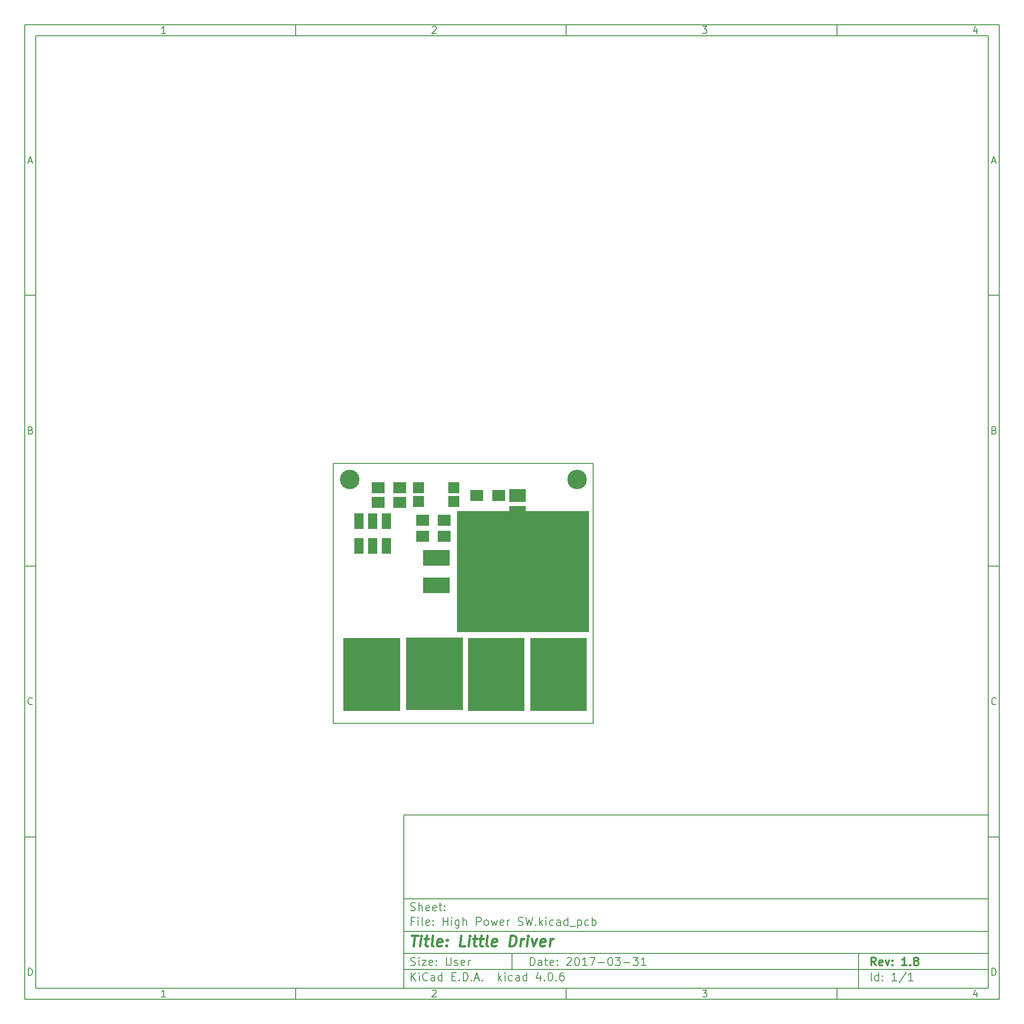
<source format=gbr>
G04 #@! TF.FileFunction,Soldermask,Top*
%FSLAX46Y46*%
G04 Gerber Fmt 4.6, Leading zero omitted, Abs format (unit mm)*
G04 Created by KiCad (PCBNEW 4.0.6) date 06/24/17 22:10:55*
%MOMM*%
%LPD*%
G01*
G04 APERTURE LIST*
%ADD10C,0.100000*%
%ADD11C,0.150000*%
%ADD12C,0.300000*%
%ADD13C,0.400000*%
%ADD14R,2.400000X2.400000*%
%ADD15R,9.800000X11.200000*%
%ADD16R,5.000000X2.900000*%
%ADD17R,5.400000X5.400000*%
%ADD18R,5.400000X4.400000*%
%ADD19C,3.600000*%
%ADD20R,2.400000X2.100000*%
%ADD21R,1.670000X2.940000*%
%ADD22R,3.100000X2.400000*%
%ADD23R,2.000000X2.000000*%
G04 APERTURE END LIST*
D10*
D11*
X79999600Y-155999600D02*
X79999600Y-187999600D01*
X187999600Y-187999600D01*
X187999600Y-155999600D01*
X79999600Y-155999600D01*
D10*
D11*
X10000000Y-10000000D02*
X10000000Y-189999600D01*
X189999600Y-189999600D01*
X189999600Y-10000000D01*
X10000000Y-10000000D01*
D10*
D11*
X12000000Y-12000000D02*
X12000000Y-187999600D01*
X187999600Y-187999600D01*
X187999600Y-12000000D01*
X12000000Y-12000000D01*
D10*
D11*
X60000000Y-12000000D02*
X60000000Y-10000000D01*
D10*
D11*
X110000000Y-12000000D02*
X110000000Y-10000000D01*
D10*
D11*
X160000000Y-12000000D02*
X160000000Y-10000000D01*
D10*
D11*
X35990476Y-11588095D02*
X35247619Y-11588095D01*
X35619048Y-11588095D02*
X35619048Y-10288095D01*
X35495238Y-10473810D01*
X35371429Y-10597619D01*
X35247619Y-10659524D01*
D10*
D11*
X85247619Y-10411905D02*
X85309524Y-10350000D01*
X85433333Y-10288095D01*
X85742857Y-10288095D01*
X85866667Y-10350000D01*
X85928571Y-10411905D01*
X85990476Y-10535714D01*
X85990476Y-10659524D01*
X85928571Y-10845238D01*
X85185714Y-11588095D01*
X85990476Y-11588095D01*
D10*
D11*
X135185714Y-10288095D02*
X135990476Y-10288095D01*
X135557143Y-10783333D01*
X135742857Y-10783333D01*
X135866667Y-10845238D01*
X135928571Y-10907143D01*
X135990476Y-11030952D01*
X135990476Y-11340476D01*
X135928571Y-11464286D01*
X135866667Y-11526190D01*
X135742857Y-11588095D01*
X135371429Y-11588095D01*
X135247619Y-11526190D01*
X135185714Y-11464286D01*
D10*
D11*
X185866667Y-10721429D02*
X185866667Y-11588095D01*
X185557143Y-10226190D02*
X185247619Y-11154762D01*
X186052381Y-11154762D01*
D10*
D11*
X60000000Y-187999600D02*
X60000000Y-189999600D01*
D10*
D11*
X110000000Y-187999600D02*
X110000000Y-189999600D01*
D10*
D11*
X160000000Y-187999600D02*
X160000000Y-189999600D01*
D10*
D11*
X35990476Y-189587695D02*
X35247619Y-189587695D01*
X35619048Y-189587695D02*
X35619048Y-188287695D01*
X35495238Y-188473410D01*
X35371429Y-188597219D01*
X35247619Y-188659124D01*
D10*
D11*
X85247619Y-188411505D02*
X85309524Y-188349600D01*
X85433333Y-188287695D01*
X85742857Y-188287695D01*
X85866667Y-188349600D01*
X85928571Y-188411505D01*
X85990476Y-188535314D01*
X85990476Y-188659124D01*
X85928571Y-188844838D01*
X85185714Y-189587695D01*
X85990476Y-189587695D01*
D10*
D11*
X135185714Y-188287695D02*
X135990476Y-188287695D01*
X135557143Y-188782933D01*
X135742857Y-188782933D01*
X135866667Y-188844838D01*
X135928571Y-188906743D01*
X135990476Y-189030552D01*
X135990476Y-189340076D01*
X135928571Y-189463886D01*
X135866667Y-189525790D01*
X135742857Y-189587695D01*
X135371429Y-189587695D01*
X135247619Y-189525790D01*
X135185714Y-189463886D01*
D10*
D11*
X185866667Y-188721029D02*
X185866667Y-189587695D01*
X185557143Y-188225790D02*
X185247619Y-189154362D01*
X186052381Y-189154362D01*
D10*
D11*
X10000000Y-60000000D02*
X12000000Y-60000000D01*
D10*
D11*
X10000000Y-110000000D02*
X12000000Y-110000000D01*
D10*
D11*
X10000000Y-160000000D02*
X12000000Y-160000000D01*
D10*
D11*
X10690476Y-35216667D02*
X11309524Y-35216667D01*
X10566667Y-35588095D02*
X11000000Y-34288095D01*
X11433333Y-35588095D01*
D10*
D11*
X11092857Y-84907143D02*
X11278571Y-84969048D01*
X11340476Y-85030952D01*
X11402381Y-85154762D01*
X11402381Y-85340476D01*
X11340476Y-85464286D01*
X11278571Y-85526190D01*
X11154762Y-85588095D01*
X10659524Y-85588095D01*
X10659524Y-84288095D01*
X11092857Y-84288095D01*
X11216667Y-84350000D01*
X11278571Y-84411905D01*
X11340476Y-84535714D01*
X11340476Y-84659524D01*
X11278571Y-84783333D01*
X11216667Y-84845238D01*
X11092857Y-84907143D01*
X10659524Y-84907143D01*
D10*
D11*
X11402381Y-135464286D02*
X11340476Y-135526190D01*
X11154762Y-135588095D01*
X11030952Y-135588095D01*
X10845238Y-135526190D01*
X10721429Y-135402381D01*
X10659524Y-135278571D01*
X10597619Y-135030952D01*
X10597619Y-134845238D01*
X10659524Y-134597619D01*
X10721429Y-134473810D01*
X10845238Y-134350000D01*
X11030952Y-134288095D01*
X11154762Y-134288095D01*
X11340476Y-134350000D01*
X11402381Y-134411905D01*
D10*
D11*
X10659524Y-185588095D02*
X10659524Y-184288095D01*
X10969048Y-184288095D01*
X11154762Y-184350000D01*
X11278571Y-184473810D01*
X11340476Y-184597619D01*
X11402381Y-184845238D01*
X11402381Y-185030952D01*
X11340476Y-185278571D01*
X11278571Y-185402381D01*
X11154762Y-185526190D01*
X10969048Y-185588095D01*
X10659524Y-185588095D01*
D10*
D11*
X189999600Y-60000000D02*
X187999600Y-60000000D01*
D10*
D11*
X189999600Y-110000000D02*
X187999600Y-110000000D01*
D10*
D11*
X189999600Y-160000000D02*
X187999600Y-160000000D01*
D10*
D11*
X188690076Y-35216667D02*
X189309124Y-35216667D01*
X188566267Y-35588095D02*
X188999600Y-34288095D01*
X189432933Y-35588095D01*
D10*
D11*
X189092457Y-84907143D02*
X189278171Y-84969048D01*
X189340076Y-85030952D01*
X189401981Y-85154762D01*
X189401981Y-85340476D01*
X189340076Y-85464286D01*
X189278171Y-85526190D01*
X189154362Y-85588095D01*
X188659124Y-85588095D01*
X188659124Y-84288095D01*
X189092457Y-84288095D01*
X189216267Y-84350000D01*
X189278171Y-84411905D01*
X189340076Y-84535714D01*
X189340076Y-84659524D01*
X189278171Y-84783333D01*
X189216267Y-84845238D01*
X189092457Y-84907143D01*
X188659124Y-84907143D01*
D10*
D11*
X189401981Y-135464286D02*
X189340076Y-135526190D01*
X189154362Y-135588095D01*
X189030552Y-135588095D01*
X188844838Y-135526190D01*
X188721029Y-135402381D01*
X188659124Y-135278571D01*
X188597219Y-135030952D01*
X188597219Y-134845238D01*
X188659124Y-134597619D01*
X188721029Y-134473810D01*
X188844838Y-134350000D01*
X189030552Y-134288095D01*
X189154362Y-134288095D01*
X189340076Y-134350000D01*
X189401981Y-134411905D01*
D10*
D11*
X188659124Y-185588095D02*
X188659124Y-184288095D01*
X188968648Y-184288095D01*
X189154362Y-184350000D01*
X189278171Y-184473810D01*
X189340076Y-184597619D01*
X189401981Y-184845238D01*
X189401981Y-185030952D01*
X189340076Y-185278571D01*
X189278171Y-185402381D01*
X189154362Y-185526190D01*
X188968648Y-185588095D01*
X188659124Y-185588095D01*
D10*
D11*
X103356743Y-183778171D02*
X103356743Y-182278171D01*
X103713886Y-182278171D01*
X103928171Y-182349600D01*
X104071029Y-182492457D01*
X104142457Y-182635314D01*
X104213886Y-182921029D01*
X104213886Y-183135314D01*
X104142457Y-183421029D01*
X104071029Y-183563886D01*
X103928171Y-183706743D01*
X103713886Y-183778171D01*
X103356743Y-183778171D01*
X105499600Y-183778171D02*
X105499600Y-182992457D01*
X105428171Y-182849600D01*
X105285314Y-182778171D01*
X104999600Y-182778171D01*
X104856743Y-182849600D01*
X105499600Y-183706743D02*
X105356743Y-183778171D01*
X104999600Y-183778171D01*
X104856743Y-183706743D01*
X104785314Y-183563886D01*
X104785314Y-183421029D01*
X104856743Y-183278171D01*
X104999600Y-183206743D01*
X105356743Y-183206743D01*
X105499600Y-183135314D01*
X105999600Y-182778171D02*
X106571029Y-182778171D01*
X106213886Y-182278171D02*
X106213886Y-183563886D01*
X106285314Y-183706743D01*
X106428172Y-183778171D01*
X106571029Y-183778171D01*
X107642457Y-183706743D02*
X107499600Y-183778171D01*
X107213886Y-183778171D01*
X107071029Y-183706743D01*
X106999600Y-183563886D01*
X106999600Y-182992457D01*
X107071029Y-182849600D01*
X107213886Y-182778171D01*
X107499600Y-182778171D01*
X107642457Y-182849600D01*
X107713886Y-182992457D01*
X107713886Y-183135314D01*
X106999600Y-183278171D01*
X108356743Y-183635314D02*
X108428171Y-183706743D01*
X108356743Y-183778171D01*
X108285314Y-183706743D01*
X108356743Y-183635314D01*
X108356743Y-183778171D01*
X108356743Y-182849600D02*
X108428171Y-182921029D01*
X108356743Y-182992457D01*
X108285314Y-182921029D01*
X108356743Y-182849600D01*
X108356743Y-182992457D01*
X110142457Y-182421029D02*
X110213886Y-182349600D01*
X110356743Y-182278171D01*
X110713886Y-182278171D01*
X110856743Y-182349600D01*
X110928172Y-182421029D01*
X110999600Y-182563886D01*
X110999600Y-182706743D01*
X110928172Y-182921029D01*
X110071029Y-183778171D01*
X110999600Y-183778171D01*
X111928171Y-182278171D02*
X112071028Y-182278171D01*
X112213885Y-182349600D01*
X112285314Y-182421029D01*
X112356743Y-182563886D01*
X112428171Y-182849600D01*
X112428171Y-183206743D01*
X112356743Y-183492457D01*
X112285314Y-183635314D01*
X112213885Y-183706743D01*
X112071028Y-183778171D01*
X111928171Y-183778171D01*
X111785314Y-183706743D01*
X111713885Y-183635314D01*
X111642457Y-183492457D01*
X111571028Y-183206743D01*
X111571028Y-182849600D01*
X111642457Y-182563886D01*
X111713885Y-182421029D01*
X111785314Y-182349600D01*
X111928171Y-182278171D01*
X113856742Y-183778171D02*
X112999599Y-183778171D01*
X113428171Y-183778171D02*
X113428171Y-182278171D01*
X113285314Y-182492457D01*
X113142456Y-182635314D01*
X112999599Y-182706743D01*
X114356742Y-182278171D02*
X115356742Y-182278171D01*
X114713885Y-183778171D01*
X115928170Y-183206743D02*
X117071027Y-183206743D01*
X118071027Y-182278171D02*
X118213884Y-182278171D01*
X118356741Y-182349600D01*
X118428170Y-182421029D01*
X118499599Y-182563886D01*
X118571027Y-182849600D01*
X118571027Y-183206743D01*
X118499599Y-183492457D01*
X118428170Y-183635314D01*
X118356741Y-183706743D01*
X118213884Y-183778171D01*
X118071027Y-183778171D01*
X117928170Y-183706743D01*
X117856741Y-183635314D01*
X117785313Y-183492457D01*
X117713884Y-183206743D01*
X117713884Y-182849600D01*
X117785313Y-182563886D01*
X117856741Y-182421029D01*
X117928170Y-182349600D01*
X118071027Y-182278171D01*
X119071027Y-182278171D02*
X119999598Y-182278171D01*
X119499598Y-182849600D01*
X119713884Y-182849600D01*
X119856741Y-182921029D01*
X119928170Y-182992457D01*
X119999598Y-183135314D01*
X119999598Y-183492457D01*
X119928170Y-183635314D01*
X119856741Y-183706743D01*
X119713884Y-183778171D01*
X119285312Y-183778171D01*
X119142455Y-183706743D01*
X119071027Y-183635314D01*
X120642455Y-183206743D02*
X121785312Y-183206743D01*
X122356741Y-182278171D02*
X123285312Y-182278171D01*
X122785312Y-182849600D01*
X122999598Y-182849600D01*
X123142455Y-182921029D01*
X123213884Y-182992457D01*
X123285312Y-183135314D01*
X123285312Y-183492457D01*
X123213884Y-183635314D01*
X123142455Y-183706743D01*
X122999598Y-183778171D01*
X122571026Y-183778171D01*
X122428169Y-183706743D01*
X122356741Y-183635314D01*
X124713883Y-183778171D02*
X123856740Y-183778171D01*
X124285312Y-183778171D02*
X124285312Y-182278171D01*
X124142455Y-182492457D01*
X123999597Y-182635314D01*
X123856740Y-182706743D01*
D10*
D11*
X79999600Y-184499600D02*
X187999600Y-184499600D01*
D10*
D11*
X81356743Y-186578171D02*
X81356743Y-185078171D01*
X82213886Y-186578171D02*
X81571029Y-185721029D01*
X82213886Y-185078171D02*
X81356743Y-185935314D01*
X82856743Y-186578171D02*
X82856743Y-185578171D01*
X82856743Y-185078171D02*
X82785314Y-185149600D01*
X82856743Y-185221029D01*
X82928171Y-185149600D01*
X82856743Y-185078171D01*
X82856743Y-185221029D01*
X84428172Y-186435314D02*
X84356743Y-186506743D01*
X84142457Y-186578171D01*
X83999600Y-186578171D01*
X83785315Y-186506743D01*
X83642457Y-186363886D01*
X83571029Y-186221029D01*
X83499600Y-185935314D01*
X83499600Y-185721029D01*
X83571029Y-185435314D01*
X83642457Y-185292457D01*
X83785315Y-185149600D01*
X83999600Y-185078171D01*
X84142457Y-185078171D01*
X84356743Y-185149600D01*
X84428172Y-185221029D01*
X85713886Y-186578171D02*
X85713886Y-185792457D01*
X85642457Y-185649600D01*
X85499600Y-185578171D01*
X85213886Y-185578171D01*
X85071029Y-185649600D01*
X85713886Y-186506743D02*
X85571029Y-186578171D01*
X85213886Y-186578171D01*
X85071029Y-186506743D01*
X84999600Y-186363886D01*
X84999600Y-186221029D01*
X85071029Y-186078171D01*
X85213886Y-186006743D01*
X85571029Y-186006743D01*
X85713886Y-185935314D01*
X87071029Y-186578171D02*
X87071029Y-185078171D01*
X87071029Y-186506743D02*
X86928172Y-186578171D01*
X86642458Y-186578171D01*
X86499600Y-186506743D01*
X86428172Y-186435314D01*
X86356743Y-186292457D01*
X86356743Y-185863886D01*
X86428172Y-185721029D01*
X86499600Y-185649600D01*
X86642458Y-185578171D01*
X86928172Y-185578171D01*
X87071029Y-185649600D01*
X88928172Y-185792457D02*
X89428172Y-185792457D01*
X89642458Y-186578171D02*
X88928172Y-186578171D01*
X88928172Y-185078171D01*
X89642458Y-185078171D01*
X90285315Y-186435314D02*
X90356743Y-186506743D01*
X90285315Y-186578171D01*
X90213886Y-186506743D01*
X90285315Y-186435314D01*
X90285315Y-186578171D01*
X90999601Y-186578171D02*
X90999601Y-185078171D01*
X91356744Y-185078171D01*
X91571029Y-185149600D01*
X91713887Y-185292457D01*
X91785315Y-185435314D01*
X91856744Y-185721029D01*
X91856744Y-185935314D01*
X91785315Y-186221029D01*
X91713887Y-186363886D01*
X91571029Y-186506743D01*
X91356744Y-186578171D01*
X90999601Y-186578171D01*
X92499601Y-186435314D02*
X92571029Y-186506743D01*
X92499601Y-186578171D01*
X92428172Y-186506743D01*
X92499601Y-186435314D01*
X92499601Y-186578171D01*
X93142458Y-186149600D02*
X93856744Y-186149600D01*
X92999601Y-186578171D02*
X93499601Y-185078171D01*
X93999601Y-186578171D01*
X94499601Y-186435314D02*
X94571029Y-186506743D01*
X94499601Y-186578171D01*
X94428172Y-186506743D01*
X94499601Y-186435314D01*
X94499601Y-186578171D01*
X97499601Y-186578171D02*
X97499601Y-185078171D01*
X97642458Y-186006743D02*
X98071029Y-186578171D01*
X98071029Y-185578171D02*
X97499601Y-186149600D01*
X98713887Y-186578171D02*
X98713887Y-185578171D01*
X98713887Y-185078171D02*
X98642458Y-185149600D01*
X98713887Y-185221029D01*
X98785315Y-185149600D01*
X98713887Y-185078171D01*
X98713887Y-185221029D01*
X100071030Y-186506743D02*
X99928173Y-186578171D01*
X99642459Y-186578171D01*
X99499601Y-186506743D01*
X99428173Y-186435314D01*
X99356744Y-186292457D01*
X99356744Y-185863886D01*
X99428173Y-185721029D01*
X99499601Y-185649600D01*
X99642459Y-185578171D01*
X99928173Y-185578171D01*
X100071030Y-185649600D01*
X101356744Y-186578171D02*
X101356744Y-185792457D01*
X101285315Y-185649600D01*
X101142458Y-185578171D01*
X100856744Y-185578171D01*
X100713887Y-185649600D01*
X101356744Y-186506743D02*
X101213887Y-186578171D01*
X100856744Y-186578171D01*
X100713887Y-186506743D01*
X100642458Y-186363886D01*
X100642458Y-186221029D01*
X100713887Y-186078171D01*
X100856744Y-186006743D01*
X101213887Y-186006743D01*
X101356744Y-185935314D01*
X102713887Y-186578171D02*
X102713887Y-185078171D01*
X102713887Y-186506743D02*
X102571030Y-186578171D01*
X102285316Y-186578171D01*
X102142458Y-186506743D01*
X102071030Y-186435314D01*
X101999601Y-186292457D01*
X101999601Y-185863886D01*
X102071030Y-185721029D01*
X102142458Y-185649600D01*
X102285316Y-185578171D01*
X102571030Y-185578171D01*
X102713887Y-185649600D01*
X105213887Y-185578171D02*
X105213887Y-186578171D01*
X104856744Y-185006743D02*
X104499601Y-186078171D01*
X105428173Y-186078171D01*
X105999601Y-186435314D02*
X106071029Y-186506743D01*
X105999601Y-186578171D01*
X105928172Y-186506743D01*
X105999601Y-186435314D01*
X105999601Y-186578171D01*
X106999601Y-185078171D02*
X107142458Y-185078171D01*
X107285315Y-185149600D01*
X107356744Y-185221029D01*
X107428173Y-185363886D01*
X107499601Y-185649600D01*
X107499601Y-186006743D01*
X107428173Y-186292457D01*
X107356744Y-186435314D01*
X107285315Y-186506743D01*
X107142458Y-186578171D01*
X106999601Y-186578171D01*
X106856744Y-186506743D01*
X106785315Y-186435314D01*
X106713887Y-186292457D01*
X106642458Y-186006743D01*
X106642458Y-185649600D01*
X106713887Y-185363886D01*
X106785315Y-185221029D01*
X106856744Y-185149600D01*
X106999601Y-185078171D01*
X108142458Y-186435314D02*
X108213886Y-186506743D01*
X108142458Y-186578171D01*
X108071029Y-186506743D01*
X108142458Y-186435314D01*
X108142458Y-186578171D01*
X109499601Y-185078171D02*
X109213887Y-185078171D01*
X109071030Y-185149600D01*
X108999601Y-185221029D01*
X108856744Y-185435314D01*
X108785315Y-185721029D01*
X108785315Y-186292457D01*
X108856744Y-186435314D01*
X108928172Y-186506743D01*
X109071030Y-186578171D01*
X109356744Y-186578171D01*
X109499601Y-186506743D01*
X109571030Y-186435314D01*
X109642458Y-186292457D01*
X109642458Y-185935314D01*
X109571030Y-185792457D01*
X109499601Y-185721029D01*
X109356744Y-185649600D01*
X109071030Y-185649600D01*
X108928172Y-185721029D01*
X108856744Y-185792457D01*
X108785315Y-185935314D01*
D10*
D11*
X79999600Y-181499600D02*
X187999600Y-181499600D01*
D10*
D12*
X167213886Y-183778171D02*
X166713886Y-183063886D01*
X166356743Y-183778171D02*
X166356743Y-182278171D01*
X166928171Y-182278171D01*
X167071029Y-182349600D01*
X167142457Y-182421029D01*
X167213886Y-182563886D01*
X167213886Y-182778171D01*
X167142457Y-182921029D01*
X167071029Y-182992457D01*
X166928171Y-183063886D01*
X166356743Y-183063886D01*
X168428171Y-183706743D02*
X168285314Y-183778171D01*
X167999600Y-183778171D01*
X167856743Y-183706743D01*
X167785314Y-183563886D01*
X167785314Y-182992457D01*
X167856743Y-182849600D01*
X167999600Y-182778171D01*
X168285314Y-182778171D01*
X168428171Y-182849600D01*
X168499600Y-182992457D01*
X168499600Y-183135314D01*
X167785314Y-183278171D01*
X168999600Y-182778171D02*
X169356743Y-183778171D01*
X169713885Y-182778171D01*
X170285314Y-183635314D02*
X170356742Y-183706743D01*
X170285314Y-183778171D01*
X170213885Y-183706743D01*
X170285314Y-183635314D01*
X170285314Y-183778171D01*
X170285314Y-182849600D02*
X170356742Y-182921029D01*
X170285314Y-182992457D01*
X170213885Y-182921029D01*
X170285314Y-182849600D01*
X170285314Y-182992457D01*
X172928171Y-183778171D02*
X172071028Y-183778171D01*
X172499600Y-183778171D02*
X172499600Y-182278171D01*
X172356743Y-182492457D01*
X172213885Y-182635314D01*
X172071028Y-182706743D01*
X173571028Y-183635314D02*
X173642456Y-183706743D01*
X173571028Y-183778171D01*
X173499599Y-183706743D01*
X173571028Y-183635314D01*
X173571028Y-183778171D01*
X174499600Y-182921029D02*
X174356742Y-182849600D01*
X174285314Y-182778171D01*
X174213885Y-182635314D01*
X174213885Y-182563886D01*
X174285314Y-182421029D01*
X174356742Y-182349600D01*
X174499600Y-182278171D01*
X174785314Y-182278171D01*
X174928171Y-182349600D01*
X174999600Y-182421029D01*
X175071028Y-182563886D01*
X175071028Y-182635314D01*
X174999600Y-182778171D01*
X174928171Y-182849600D01*
X174785314Y-182921029D01*
X174499600Y-182921029D01*
X174356742Y-182992457D01*
X174285314Y-183063886D01*
X174213885Y-183206743D01*
X174213885Y-183492457D01*
X174285314Y-183635314D01*
X174356742Y-183706743D01*
X174499600Y-183778171D01*
X174785314Y-183778171D01*
X174928171Y-183706743D01*
X174999600Y-183635314D01*
X175071028Y-183492457D01*
X175071028Y-183206743D01*
X174999600Y-183063886D01*
X174928171Y-182992457D01*
X174785314Y-182921029D01*
D10*
D11*
X81285314Y-183706743D02*
X81499600Y-183778171D01*
X81856743Y-183778171D01*
X81999600Y-183706743D01*
X82071029Y-183635314D01*
X82142457Y-183492457D01*
X82142457Y-183349600D01*
X82071029Y-183206743D01*
X81999600Y-183135314D01*
X81856743Y-183063886D01*
X81571029Y-182992457D01*
X81428171Y-182921029D01*
X81356743Y-182849600D01*
X81285314Y-182706743D01*
X81285314Y-182563886D01*
X81356743Y-182421029D01*
X81428171Y-182349600D01*
X81571029Y-182278171D01*
X81928171Y-182278171D01*
X82142457Y-182349600D01*
X82785314Y-183778171D02*
X82785314Y-182778171D01*
X82785314Y-182278171D02*
X82713885Y-182349600D01*
X82785314Y-182421029D01*
X82856742Y-182349600D01*
X82785314Y-182278171D01*
X82785314Y-182421029D01*
X83356743Y-182778171D02*
X84142457Y-182778171D01*
X83356743Y-183778171D01*
X84142457Y-183778171D01*
X85285314Y-183706743D02*
X85142457Y-183778171D01*
X84856743Y-183778171D01*
X84713886Y-183706743D01*
X84642457Y-183563886D01*
X84642457Y-182992457D01*
X84713886Y-182849600D01*
X84856743Y-182778171D01*
X85142457Y-182778171D01*
X85285314Y-182849600D01*
X85356743Y-182992457D01*
X85356743Y-183135314D01*
X84642457Y-183278171D01*
X85999600Y-183635314D02*
X86071028Y-183706743D01*
X85999600Y-183778171D01*
X85928171Y-183706743D01*
X85999600Y-183635314D01*
X85999600Y-183778171D01*
X85999600Y-182849600D02*
X86071028Y-182921029D01*
X85999600Y-182992457D01*
X85928171Y-182921029D01*
X85999600Y-182849600D01*
X85999600Y-182992457D01*
X87856743Y-182278171D02*
X87856743Y-183492457D01*
X87928171Y-183635314D01*
X87999600Y-183706743D01*
X88142457Y-183778171D01*
X88428171Y-183778171D01*
X88571029Y-183706743D01*
X88642457Y-183635314D01*
X88713886Y-183492457D01*
X88713886Y-182278171D01*
X89356743Y-183706743D02*
X89499600Y-183778171D01*
X89785315Y-183778171D01*
X89928172Y-183706743D01*
X89999600Y-183563886D01*
X89999600Y-183492457D01*
X89928172Y-183349600D01*
X89785315Y-183278171D01*
X89571029Y-183278171D01*
X89428172Y-183206743D01*
X89356743Y-183063886D01*
X89356743Y-182992457D01*
X89428172Y-182849600D01*
X89571029Y-182778171D01*
X89785315Y-182778171D01*
X89928172Y-182849600D01*
X91213886Y-183706743D02*
X91071029Y-183778171D01*
X90785315Y-183778171D01*
X90642458Y-183706743D01*
X90571029Y-183563886D01*
X90571029Y-182992457D01*
X90642458Y-182849600D01*
X90785315Y-182778171D01*
X91071029Y-182778171D01*
X91213886Y-182849600D01*
X91285315Y-182992457D01*
X91285315Y-183135314D01*
X90571029Y-183278171D01*
X91928172Y-183778171D02*
X91928172Y-182778171D01*
X91928172Y-183063886D02*
X91999600Y-182921029D01*
X92071029Y-182849600D01*
X92213886Y-182778171D01*
X92356743Y-182778171D01*
D10*
D11*
X166356743Y-186578171D02*
X166356743Y-185078171D01*
X167713886Y-186578171D02*
X167713886Y-185078171D01*
X167713886Y-186506743D02*
X167571029Y-186578171D01*
X167285315Y-186578171D01*
X167142457Y-186506743D01*
X167071029Y-186435314D01*
X166999600Y-186292457D01*
X166999600Y-185863886D01*
X167071029Y-185721029D01*
X167142457Y-185649600D01*
X167285315Y-185578171D01*
X167571029Y-185578171D01*
X167713886Y-185649600D01*
X168428172Y-186435314D02*
X168499600Y-186506743D01*
X168428172Y-186578171D01*
X168356743Y-186506743D01*
X168428172Y-186435314D01*
X168428172Y-186578171D01*
X168428172Y-185649600D02*
X168499600Y-185721029D01*
X168428172Y-185792457D01*
X168356743Y-185721029D01*
X168428172Y-185649600D01*
X168428172Y-185792457D01*
X171071029Y-186578171D02*
X170213886Y-186578171D01*
X170642458Y-186578171D02*
X170642458Y-185078171D01*
X170499601Y-185292457D01*
X170356743Y-185435314D01*
X170213886Y-185506743D01*
X172785314Y-185006743D02*
X171499600Y-186935314D01*
X174071029Y-186578171D02*
X173213886Y-186578171D01*
X173642458Y-186578171D02*
X173642458Y-185078171D01*
X173499601Y-185292457D01*
X173356743Y-185435314D01*
X173213886Y-185506743D01*
D10*
D11*
X79999600Y-177499600D02*
X187999600Y-177499600D01*
D10*
D13*
X81451981Y-178204362D02*
X82594838Y-178204362D01*
X81773410Y-180204362D02*
X82023410Y-178204362D01*
X83011505Y-180204362D02*
X83178171Y-178871029D01*
X83261505Y-178204362D02*
X83154362Y-178299600D01*
X83237695Y-178394838D01*
X83344839Y-178299600D01*
X83261505Y-178204362D01*
X83237695Y-178394838D01*
X83844838Y-178871029D02*
X84606743Y-178871029D01*
X84213886Y-178204362D02*
X83999600Y-179918648D01*
X84071030Y-180109124D01*
X84249601Y-180204362D01*
X84440077Y-180204362D01*
X85392458Y-180204362D02*
X85213887Y-180109124D01*
X85142457Y-179918648D01*
X85356743Y-178204362D01*
X86928172Y-180109124D02*
X86725791Y-180204362D01*
X86344839Y-180204362D01*
X86166267Y-180109124D01*
X86094838Y-179918648D01*
X86190076Y-179156743D01*
X86309124Y-178966267D01*
X86511505Y-178871029D01*
X86892457Y-178871029D01*
X87071029Y-178966267D01*
X87142457Y-179156743D01*
X87118648Y-179347219D01*
X86142457Y-179537695D01*
X87892457Y-180013886D02*
X87975792Y-180109124D01*
X87868648Y-180204362D01*
X87785315Y-180109124D01*
X87892457Y-180013886D01*
X87868648Y-180204362D01*
X88023410Y-178966267D02*
X88106744Y-179061505D01*
X87999600Y-179156743D01*
X87916267Y-179061505D01*
X88023410Y-178966267D01*
X87999600Y-179156743D01*
X91297220Y-180204362D02*
X90344839Y-180204362D01*
X90594839Y-178204362D01*
X91963887Y-180204362D02*
X92130553Y-178871029D01*
X92213887Y-178204362D02*
X92106744Y-178299600D01*
X92190077Y-178394838D01*
X92297221Y-178299600D01*
X92213887Y-178204362D01*
X92190077Y-178394838D01*
X92797220Y-178871029D02*
X93559125Y-178871029D01*
X93166268Y-178204362D02*
X92951982Y-179918648D01*
X93023412Y-180109124D01*
X93201983Y-180204362D01*
X93392459Y-180204362D01*
X93940077Y-178871029D02*
X94701982Y-178871029D01*
X94309125Y-178204362D02*
X94094839Y-179918648D01*
X94166269Y-180109124D01*
X94344840Y-180204362D01*
X94535316Y-180204362D01*
X95487697Y-180204362D02*
X95309126Y-180109124D01*
X95237696Y-179918648D01*
X95451982Y-178204362D01*
X97023411Y-180109124D02*
X96821030Y-180204362D01*
X96440078Y-180204362D01*
X96261506Y-180109124D01*
X96190077Y-179918648D01*
X96285315Y-179156743D01*
X96404363Y-178966267D01*
X96606744Y-178871029D01*
X96987696Y-178871029D01*
X97166268Y-178966267D01*
X97237696Y-179156743D01*
X97213887Y-179347219D01*
X96237696Y-179537695D01*
X99487697Y-180204362D02*
X99737697Y-178204362D01*
X100213888Y-178204362D01*
X100487697Y-178299600D01*
X100654364Y-178490076D01*
X100725793Y-178680552D01*
X100773412Y-179061505D01*
X100737698Y-179347219D01*
X100594841Y-179728171D01*
X100475792Y-179918648D01*
X100261507Y-180109124D01*
X99963888Y-180204362D01*
X99487697Y-180204362D01*
X101487697Y-180204362D02*
X101654363Y-178871029D01*
X101606744Y-179251981D02*
X101725793Y-179061505D01*
X101832936Y-178966267D01*
X102035316Y-178871029D01*
X102225792Y-178871029D01*
X102725792Y-180204362D02*
X102892458Y-178871029D01*
X102975792Y-178204362D02*
X102868649Y-178299600D01*
X102951982Y-178394838D01*
X103059126Y-178299600D01*
X102975792Y-178204362D01*
X102951982Y-178394838D01*
X103654363Y-178871029D02*
X103963888Y-180204362D01*
X104606744Y-178871029D01*
X105975793Y-180109124D02*
X105773412Y-180204362D01*
X105392460Y-180204362D01*
X105213888Y-180109124D01*
X105142459Y-179918648D01*
X105237697Y-179156743D01*
X105356745Y-178966267D01*
X105559126Y-178871029D01*
X105940078Y-178871029D01*
X106118650Y-178966267D01*
X106190078Y-179156743D01*
X106166269Y-179347219D01*
X105190078Y-179537695D01*
X106916269Y-180204362D02*
X107082935Y-178871029D01*
X107035316Y-179251981D02*
X107154365Y-179061505D01*
X107261508Y-178966267D01*
X107463888Y-178871029D01*
X107654364Y-178871029D01*
D10*
D11*
X81856743Y-175592457D02*
X81356743Y-175592457D01*
X81356743Y-176378171D02*
X81356743Y-174878171D01*
X82071029Y-174878171D01*
X82642457Y-176378171D02*
X82642457Y-175378171D01*
X82642457Y-174878171D02*
X82571028Y-174949600D01*
X82642457Y-175021029D01*
X82713885Y-174949600D01*
X82642457Y-174878171D01*
X82642457Y-175021029D01*
X83571029Y-176378171D02*
X83428171Y-176306743D01*
X83356743Y-176163886D01*
X83356743Y-174878171D01*
X84713885Y-176306743D02*
X84571028Y-176378171D01*
X84285314Y-176378171D01*
X84142457Y-176306743D01*
X84071028Y-176163886D01*
X84071028Y-175592457D01*
X84142457Y-175449600D01*
X84285314Y-175378171D01*
X84571028Y-175378171D01*
X84713885Y-175449600D01*
X84785314Y-175592457D01*
X84785314Y-175735314D01*
X84071028Y-175878171D01*
X85428171Y-176235314D02*
X85499599Y-176306743D01*
X85428171Y-176378171D01*
X85356742Y-176306743D01*
X85428171Y-176235314D01*
X85428171Y-176378171D01*
X85428171Y-175449600D02*
X85499599Y-175521029D01*
X85428171Y-175592457D01*
X85356742Y-175521029D01*
X85428171Y-175449600D01*
X85428171Y-175592457D01*
X87285314Y-176378171D02*
X87285314Y-174878171D01*
X87285314Y-175592457D02*
X88142457Y-175592457D01*
X88142457Y-176378171D02*
X88142457Y-174878171D01*
X88856743Y-176378171D02*
X88856743Y-175378171D01*
X88856743Y-174878171D02*
X88785314Y-174949600D01*
X88856743Y-175021029D01*
X88928171Y-174949600D01*
X88856743Y-174878171D01*
X88856743Y-175021029D01*
X90213886Y-175378171D02*
X90213886Y-176592457D01*
X90142457Y-176735314D01*
X90071029Y-176806743D01*
X89928172Y-176878171D01*
X89713886Y-176878171D01*
X89571029Y-176806743D01*
X90213886Y-176306743D02*
X90071029Y-176378171D01*
X89785315Y-176378171D01*
X89642457Y-176306743D01*
X89571029Y-176235314D01*
X89499600Y-176092457D01*
X89499600Y-175663886D01*
X89571029Y-175521029D01*
X89642457Y-175449600D01*
X89785315Y-175378171D01*
X90071029Y-175378171D01*
X90213886Y-175449600D01*
X90928172Y-176378171D02*
X90928172Y-174878171D01*
X91571029Y-176378171D02*
X91571029Y-175592457D01*
X91499600Y-175449600D01*
X91356743Y-175378171D01*
X91142458Y-175378171D01*
X90999600Y-175449600D01*
X90928172Y-175521029D01*
X93428172Y-176378171D02*
X93428172Y-174878171D01*
X93999600Y-174878171D01*
X94142458Y-174949600D01*
X94213886Y-175021029D01*
X94285315Y-175163886D01*
X94285315Y-175378171D01*
X94213886Y-175521029D01*
X94142458Y-175592457D01*
X93999600Y-175663886D01*
X93428172Y-175663886D01*
X95142458Y-176378171D02*
X94999600Y-176306743D01*
X94928172Y-176235314D01*
X94856743Y-176092457D01*
X94856743Y-175663886D01*
X94928172Y-175521029D01*
X94999600Y-175449600D01*
X95142458Y-175378171D01*
X95356743Y-175378171D01*
X95499600Y-175449600D01*
X95571029Y-175521029D01*
X95642458Y-175663886D01*
X95642458Y-176092457D01*
X95571029Y-176235314D01*
X95499600Y-176306743D01*
X95356743Y-176378171D01*
X95142458Y-176378171D01*
X96142458Y-175378171D02*
X96428172Y-176378171D01*
X96713886Y-175663886D01*
X96999601Y-176378171D01*
X97285315Y-175378171D01*
X98428172Y-176306743D02*
X98285315Y-176378171D01*
X97999601Y-176378171D01*
X97856744Y-176306743D01*
X97785315Y-176163886D01*
X97785315Y-175592457D01*
X97856744Y-175449600D01*
X97999601Y-175378171D01*
X98285315Y-175378171D01*
X98428172Y-175449600D01*
X98499601Y-175592457D01*
X98499601Y-175735314D01*
X97785315Y-175878171D01*
X99142458Y-176378171D02*
X99142458Y-175378171D01*
X99142458Y-175663886D02*
X99213886Y-175521029D01*
X99285315Y-175449600D01*
X99428172Y-175378171D01*
X99571029Y-175378171D01*
X101142457Y-176306743D02*
X101356743Y-176378171D01*
X101713886Y-176378171D01*
X101856743Y-176306743D01*
X101928172Y-176235314D01*
X101999600Y-176092457D01*
X101999600Y-175949600D01*
X101928172Y-175806743D01*
X101856743Y-175735314D01*
X101713886Y-175663886D01*
X101428172Y-175592457D01*
X101285314Y-175521029D01*
X101213886Y-175449600D01*
X101142457Y-175306743D01*
X101142457Y-175163886D01*
X101213886Y-175021029D01*
X101285314Y-174949600D01*
X101428172Y-174878171D01*
X101785314Y-174878171D01*
X101999600Y-174949600D01*
X102499600Y-174878171D02*
X102856743Y-176378171D01*
X103142457Y-175306743D01*
X103428171Y-176378171D01*
X103785314Y-174878171D01*
X104356743Y-176235314D02*
X104428171Y-176306743D01*
X104356743Y-176378171D01*
X104285314Y-176306743D01*
X104356743Y-176235314D01*
X104356743Y-176378171D01*
X105071029Y-176378171D02*
X105071029Y-174878171D01*
X105213886Y-175806743D02*
X105642457Y-176378171D01*
X105642457Y-175378171D02*
X105071029Y-175949600D01*
X106285315Y-176378171D02*
X106285315Y-175378171D01*
X106285315Y-174878171D02*
X106213886Y-174949600D01*
X106285315Y-175021029D01*
X106356743Y-174949600D01*
X106285315Y-174878171D01*
X106285315Y-175021029D01*
X107642458Y-176306743D02*
X107499601Y-176378171D01*
X107213887Y-176378171D01*
X107071029Y-176306743D01*
X106999601Y-176235314D01*
X106928172Y-176092457D01*
X106928172Y-175663886D01*
X106999601Y-175521029D01*
X107071029Y-175449600D01*
X107213887Y-175378171D01*
X107499601Y-175378171D01*
X107642458Y-175449600D01*
X108928172Y-176378171D02*
X108928172Y-175592457D01*
X108856743Y-175449600D01*
X108713886Y-175378171D01*
X108428172Y-175378171D01*
X108285315Y-175449600D01*
X108928172Y-176306743D02*
X108785315Y-176378171D01*
X108428172Y-176378171D01*
X108285315Y-176306743D01*
X108213886Y-176163886D01*
X108213886Y-176021029D01*
X108285315Y-175878171D01*
X108428172Y-175806743D01*
X108785315Y-175806743D01*
X108928172Y-175735314D01*
X110285315Y-176378171D02*
X110285315Y-174878171D01*
X110285315Y-176306743D02*
X110142458Y-176378171D01*
X109856744Y-176378171D01*
X109713886Y-176306743D01*
X109642458Y-176235314D01*
X109571029Y-176092457D01*
X109571029Y-175663886D01*
X109642458Y-175521029D01*
X109713886Y-175449600D01*
X109856744Y-175378171D01*
X110142458Y-175378171D01*
X110285315Y-175449600D01*
X110642458Y-176521029D02*
X111785315Y-176521029D01*
X112142458Y-175378171D02*
X112142458Y-176878171D01*
X112142458Y-175449600D02*
X112285315Y-175378171D01*
X112571029Y-175378171D01*
X112713886Y-175449600D01*
X112785315Y-175521029D01*
X112856744Y-175663886D01*
X112856744Y-176092457D01*
X112785315Y-176235314D01*
X112713886Y-176306743D01*
X112571029Y-176378171D01*
X112285315Y-176378171D01*
X112142458Y-176306743D01*
X114142458Y-176306743D02*
X113999601Y-176378171D01*
X113713887Y-176378171D01*
X113571029Y-176306743D01*
X113499601Y-176235314D01*
X113428172Y-176092457D01*
X113428172Y-175663886D01*
X113499601Y-175521029D01*
X113571029Y-175449600D01*
X113713887Y-175378171D01*
X113999601Y-175378171D01*
X114142458Y-175449600D01*
X114785315Y-176378171D02*
X114785315Y-174878171D01*
X114785315Y-175449600D02*
X114928172Y-175378171D01*
X115213886Y-175378171D01*
X115356743Y-175449600D01*
X115428172Y-175521029D01*
X115499601Y-175663886D01*
X115499601Y-176092457D01*
X115428172Y-176235314D01*
X115356743Y-176306743D01*
X115213886Y-176378171D01*
X114928172Y-176378171D01*
X114785315Y-176306743D01*
D10*
D11*
X79999600Y-171499600D02*
X187999600Y-171499600D01*
D10*
D11*
X81285314Y-173606743D02*
X81499600Y-173678171D01*
X81856743Y-173678171D01*
X81999600Y-173606743D01*
X82071029Y-173535314D01*
X82142457Y-173392457D01*
X82142457Y-173249600D01*
X82071029Y-173106743D01*
X81999600Y-173035314D01*
X81856743Y-172963886D01*
X81571029Y-172892457D01*
X81428171Y-172821029D01*
X81356743Y-172749600D01*
X81285314Y-172606743D01*
X81285314Y-172463886D01*
X81356743Y-172321029D01*
X81428171Y-172249600D01*
X81571029Y-172178171D01*
X81928171Y-172178171D01*
X82142457Y-172249600D01*
X82785314Y-173678171D02*
X82785314Y-172178171D01*
X83428171Y-173678171D02*
X83428171Y-172892457D01*
X83356742Y-172749600D01*
X83213885Y-172678171D01*
X82999600Y-172678171D01*
X82856742Y-172749600D01*
X82785314Y-172821029D01*
X84713885Y-173606743D02*
X84571028Y-173678171D01*
X84285314Y-173678171D01*
X84142457Y-173606743D01*
X84071028Y-173463886D01*
X84071028Y-172892457D01*
X84142457Y-172749600D01*
X84285314Y-172678171D01*
X84571028Y-172678171D01*
X84713885Y-172749600D01*
X84785314Y-172892457D01*
X84785314Y-173035314D01*
X84071028Y-173178171D01*
X85999599Y-173606743D02*
X85856742Y-173678171D01*
X85571028Y-173678171D01*
X85428171Y-173606743D01*
X85356742Y-173463886D01*
X85356742Y-172892457D01*
X85428171Y-172749600D01*
X85571028Y-172678171D01*
X85856742Y-172678171D01*
X85999599Y-172749600D01*
X86071028Y-172892457D01*
X86071028Y-173035314D01*
X85356742Y-173178171D01*
X86499599Y-172678171D02*
X87071028Y-172678171D01*
X86713885Y-172178171D02*
X86713885Y-173463886D01*
X86785313Y-173606743D01*
X86928171Y-173678171D01*
X87071028Y-173678171D01*
X87571028Y-173535314D02*
X87642456Y-173606743D01*
X87571028Y-173678171D01*
X87499599Y-173606743D01*
X87571028Y-173535314D01*
X87571028Y-173678171D01*
X87571028Y-172749600D02*
X87642456Y-172821029D01*
X87571028Y-172892457D01*
X87499599Y-172821029D01*
X87571028Y-172749600D01*
X87571028Y-172892457D01*
D10*
D11*
X99999600Y-181499600D02*
X99999600Y-184499600D01*
D10*
D11*
X163999600Y-181499600D02*
X163999600Y-187999600D01*
X115000000Y-91000000D02*
X115000000Y-139000000D01*
X67000000Y-91000000D02*
X115000000Y-91000000D01*
X67000000Y-139000000D02*
X67000000Y-91000000D01*
X67000000Y-139000000D02*
X115000000Y-139000000D01*
D14*
X107000000Y-103000000D03*
X109000000Y-103000000D03*
X113000000Y-103000000D03*
X111000000Y-103000000D03*
X103000000Y-103000000D03*
X105000000Y-103000000D03*
X101000000Y-103000000D03*
X99000000Y-103000000D03*
X91000000Y-103000000D03*
X93000000Y-103000000D03*
X97000000Y-103000000D03*
X95000000Y-103000000D03*
X95000000Y-101000000D03*
X97000000Y-101000000D03*
X93000000Y-101000000D03*
X91000000Y-101000000D03*
X99000000Y-101000000D03*
X101000000Y-101000000D03*
X105000000Y-101000000D03*
X103000000Y-101000000D03*
X111000000Y-101000000D03*
X113000000Y-101000000D03*
X109000000Y-101000000D03*
X107000000Y-101000000D03*
X107000000Y-105000000D03*
X109000000Y-105000000D03*
X113000000Y-105000000D03*
X111000000Y-105000000D03*
X103000000Y-105000000D03*
X105000000Y-105000000D03*
X101000000Y-105000000D03*
X99000000Y-105000000D03*
X91000000Y-105000000D03*
X93000000Y-105000000D03*
X97000000Y-105000000D03*
X95000000Y-105000000D03*
X95000000Y-107000000D03*
X97000000Y-107000000D03*
X93000000Y-107000000D03*
X91000000Y-107000000D03*
X99000000Y-107000000D03*
X101000000Y-107000000D03*
X105000000Y-107000000D03*
X103000000Y-107000000D03*
X111000000Y-107000000D03*
X113000000Y-107000000D03*
X109000000Y-107000000D03*
X107000000Y-107000000D03*
X107000000Y-115000000D03*
X109000000Y-115000000D03*
X113000000Y-115000000D03*
X111000000Y-115000000D03*
X103000000Y-115000000D03*
X105000000Y-115000000D03*
X101000000Y-115000000D03*
X99000000Y-115000000D03*
X91000000Y-115000000D03*
X93000000Y-115000000D03*
X97000000Y-115000000D03*
X95000000Y-115000000D03*
X95000000Y-113000000D03*
X97000000Y-113000000D03*
X93000000Y-113000000D03*
X91000000Y-113000000D03*
X99000000Y-113000000D03*
X101000000Y-113000000D03*
X105000000Y-113000000D03*
X103000000Y-113000000D03*
X111000000Y-113000000D03*
X113000000Y-113000000D03*
X109000000Y-113000000D03*
X107000000Y-113000000D03*
X107000000Y-109000000D03*
X109000000Y-109000000D03*
X113000000Y-109000000D03*
X111000000Y-109000000D03*
X103000000Y-109000000D03*
X105000000Y-109000000D03*
X101000000Y-109000000D03*
X99000000Y-109000000D03*
X91000000Y-109000000D03*
X93000000Y-109000000D03*
X97000000Y-109000000D03*
X95000000Y-109000000D03*
X95000000Y-111000000D03*
X97000000Y-111000000D03*
X93000000Y-111000000D03*
X91000000Y-111000000D03*
X99000000Y-111000000D03*
X101000000Y-111000000D03*
X105000000Y-111000000D03*
X103000000Y-111000000D03*
X111000000Y-111000000D03*
X113000000Y-111000000D03*
X109000000Y-111000000D03*
X107000000Y-111000000D03*
X107000000Y-119000000D03*
X109000000Y-119000000D03*
X113000000Y-119000000D03*
X111000000Y-119000000D03*
X103000000Y-119000000D03*
X105000000Y-119000000D03*
X101000000Y-119000000D03*
X99000000Y-119000000D03*
X91000000Y-119000000D03*
X93000000Y-119000000D03*
X97000000Y-119000000D03*
X95000000Y-119000000D03*
X95000000Y-117000000D03*
X97000000Y-117000000D03*
X93000000Y-117000000D03*
X91000000Y-117000000D03*
X99000000Y-117000000D03*
X101000000Y-117000000D03*
X105000000Y-117000000D03*
X103000000Y-117000000D03*
X111000000Y-117000000D03*
X113000000Y-117000000D03*
X109000000Y-117000000D03*
X107000000Y-117000000D03*
X107000000Y-121000000D03*
X109000000Y-121000000D03*
X113000000Y-121000000D03*
X111000000Y-121000000D03*
X103000000Y-121000000D03*
X105000000Y-121000000D03*
X101000000Y-121000000D03*
X99000000Y-121000000D03*
X91000000Y-121000000D03*
X93000000Y-121000000D03*
X97000000Y-121000000D03*
X95000000Y-121000000D03*
D15*
X95000000Y-111000000D03*
D16*
X86000000Y-113540000D03*
X86000000Y-108460000D03*
D17*
X83180000Y-133900000D03*
X88190000Y-133900000D03*
D18*
X83180000Y-129900000D03*
X88190000Y-129900000D03*
D17*
X83180000Y-125900000D03*
X88190000Y-125900000D03*
X71580000Y-134000000D03*
X76590000Y-134000000D03*
D18*
X71580000Y-130000000D03*
X76590000Y-130000000D03*
D17*
X71580000Y-126000000D03*
X76590000Y-126000000D03*
X106080000Y-134000000D03*
X111090000Y-134000000D03*
D18*
X106080000Y-130000000D03*
X111090000Y-130000000D03*
D17*
X106080000Y-126000000D03*
X111090000Y-126000000D03*
X94580000Y-134000000D03*
X99590000Y-134000000D03*
D18*
X94580000Y-130000000D03*
X99590000Y-130000000D03*
D17*
X94580000Y-126000000D03*
X99590000Y-126000000D03*
D19*
X112000000Y-94000000D03*
X70000000Y-94000000D03*
D20*
X93500000Y-97000000D03*
X97500000Y-97000000D03*
X83500000Y-101500000D03*
X87500000Y-101500000D03*
X87500000Y-104500000D03*
X83500000Y-104500000D03*
X75250000Y-95500000D03*
X79250000Y-95500000D03*
D21*
X76790000Y-106270000D03*
X76790000Y-101730000D03*
X74250000Y-101730000D03*
X74250000Y-106270000D03*
X71710000Y-106270000D03*
X71710000Y-101730000D03*
D20*
X75250000Y-98250000D03*
X79250000Y-98250000D03*
D22*
X101000000Y-100100000D03*
X101000000Y-97000000D03*
D23*
X89250000Y-98020000D03*
X82750000Y-98020000D03*
X82750000Y-95480000D03*
X89250000Y-95480000D03*
M02*

</source>
